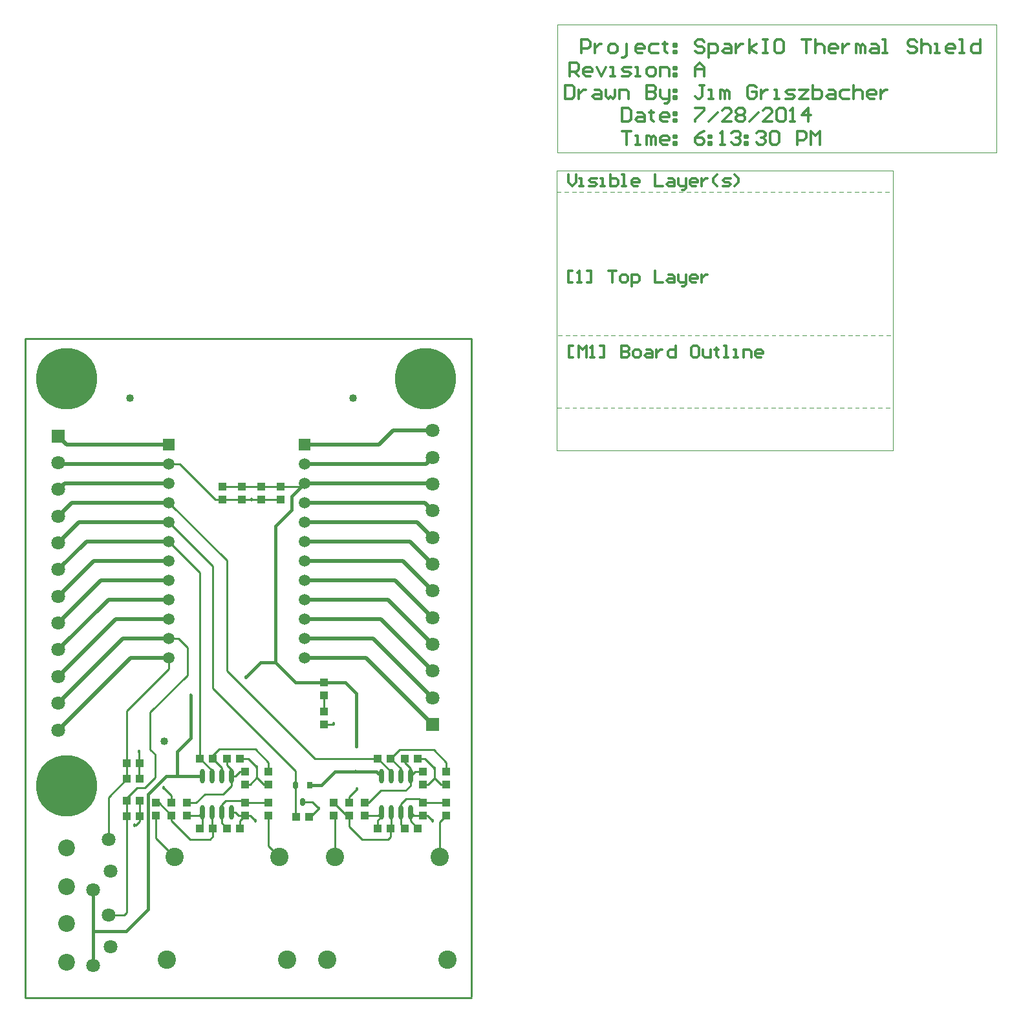
<source format=gtl>
%FSLAX25Y25*%
%MOIN*%
G70*
G01*
G75*
G04 Layer_Physical_Order=1*
G04 Layer_Color=255*
%ADD10R,0.02559X0.03740*%
G04:AMPARAMS|DCode=11|XSize=37.4mil|YSize=25.59mil|CornerRadius=6.4mil|HoleSize=0mil|Usage=FLASHONLY|Rotation=270.000|XOffset=0mil|YOffset=0mil|HoleType=Round|Shape=RoundedRectangle|*
%AMROUNDEDRECTD11*
21,1,0.03740,0.01280,0,0,270.0*
21,1,0.02461,0.02559,0,0,270.0*
1,1,0.01280,-0.00640,-0.01230*
1,1,0.01280,-0.00640,0.01230*
1,1,0.01280,0.00640,0.01230*
1,1,0.01280,0.00640,-0.01230*
%
%ADD11ROUNDEDRECTD11*%
%ADD12O,0.02362X0.07480*%
%ADD13R,0.03900X0.04300*%
%ADD14C,0.04000*%
%ADD15R,0.04300X0.03900*%
%ADD16C,0.01000*%
%ADD17C,0.01500*%
%ADD18C,0.02000*%
%ADD19C,0.01200*%
%ADD20C,0.00394*%
%ADD21C,0.07087*%
%ADD22R,0.07087X0.07087*%
%ADD23C,0.09449*%
%ADD24C,0.05906*%
%ADD25R,0.05906X0.05906*%
%ADD26C,0.08661*%
%ADD27C,0.31496*%
%ADD28C,0.01800*%
D10*
X357740Y202331D02*
D03*
D11*
X350260D02*
D03*
X354000Y193669D02*
D03*
D12*
X394500Y188449D02*
D03*
X399500D02*
D03*
X404500D02*
D03*
X409500D02*
D03*
X394500Y206953D02*
D03*
X399500D02*
D03*
X404500D02*
D03*
X409500D02*
D03*
X302279Y188449D02*
D03*
X307279D02*
D03*
X312279D02*
D03*
X317279D02*
D03*
X302279Y206953D02*
D03*
X307279D02*
D03*
X312279D02*
D03*
X317279D02*
D03*
D13*
X365000Y233700D02*
D03*
Y240300D02*
D03*
Y248700D02*
D03*
Y255300D02*
D03*
X286425Y186700D02*
D03*
Y193300D02*
D03*
X324425Y186700D02*
D03*
Y193300D02*
D03*
Y202700D02*
D03*
Y209300D02*
D03*
X378000Y186700D02*
D03*
Y193300D02*
D03*
X416000Y186700D02*
D03*
Y193300D02*
D03*
Y202700D02*
D03*
Y209300D02*
D03*
X322500Y349700D02*
D03*
Y356300D02*
D03*
X342500Y349700D02*
D03*
Y356300D02*
D03*
X332500Y349700D02*
D03*
Y356300D02*
D03*
X312500Y349700D02*
D03*
Y356300D02*
D03*
X336425Y209300D02*
D03*
Y202700D02*
D03*
X278425Y186700D02*
D03*
Y193300D02*
D03*
X294425Y186700D02*
D03*
Y193300D02*
D03*
X336425Y186700D02*
D03*
Y193300D02*
D03*
X428000Y209300D02*
D03*
Y202700D02*
D03*
X370000Y186700D02*
D03*
Y193300D02*
D03*
X386000Y186700D02*
D03*
Y193300D02*
D03*
X428000Y186700D02*
D03*
Y193300D02*
D03*
D14*
X282600Y224900D02*
D03*
X265000Y402000D02*
D03*
X380000D02*
D03*
D15*
X357300Y186000D02*
D03*
X350700D02*
D03*
X269993Y213667D02*
D03*
X263393D02*
D03*
X269993Y194378D02*
D03*
X263393D02*
D03*
X307725Y180000D02*
D03*
X301125D02*
D03*
X307725Y216000D02*
D03*
X301125D02*
D03*
X315125D02*
D03*
X321725D02*
D03*
X315125Y180000D02*
D03*
X321725D02*
D03*
X399300Y180000D02*
D03*
X392700D02*
D03*
X399300Y216000D02*
D03*
X392700D02*
D03*
X406700D02*
D03*
X413300D02*
D03*
X269993Y205667D02*
D03*
X263393D02*
D03*
X269993Y186378D02*
D03*
X263393D02*
D03*
X406700Y180000D02*
D03*
X413300D02*
D03*
D16*
X353300Y349700D02*
X355000Y348000D01*
X342500Y356300D02*
X353300D01*
X306300Y174400D02*
X307725Y175825D01*
X296000Y174400D02*
X306300D01*
X286425Y183975D02*
X296000Y174400D01*
X285000Y348000D02*
X314800Y318200D01*
Y261400D02*
Y318200D01*
Y261400D02*
X360200Y216000D01*
X392700D01*
X285000Y338000D02*
X307600Y315400D01*
Y252300D02*
Y315400D01*
Y252300D02*
X350260Y209640D01*
Y202331D02*
Y209640D01*
X285000Y328000D02*
X301125Y311875D01*
Y216000D02*
Y311875D01*
X263393Y213667D02*
Y240593D01*
X285000Y278000D02*
X290100D01*
X294700Y273400D01*
Y259100D02*
Y273400D01*
X275400Y239800D02*
X294700Y259100D01*
X275400Y220700D02*
Y239800D01*
Y220700D02*
X277900Y218200D01*
X263393Y195593D02*
X268700Y200900D01*
X263393Y194378D02*
Y195593D01*
X253819Y196093D02*
X263393Y205667D01*
X285000Y262200D02*
Y268000D01*
X263393Y240593D02*
X285000Y262200D01*
X322500Y356300D02*
X332500D01*
X365000Y240300D02*
Y248700D01*
X369800Y233700D02*
X370100Y234000D01*
X365000Y233700D02*
X369800D01*
X312500Y356300D02*
X322500D01*
X332500D02*
X342500D01*
X353300D02*
X355000Y358000D01*
X378000Y196400D02*
X381800Y200200D01*
X378000Y193300D02*
Y196400D01*
X409500Y202000D02*
Y206953D01*
X407100Y199600D02*
X409500Y202000D01*
X394300Y199600D02*
X407100D01*
X388000Y193300D02*
X394300Y199600D01*
X386000Y193300D02*
X388000D01*
X418200Y186700D02*
X421000Y183900D01*
X416000Y186700D02*
X418200D01*
X421900Y206000D02*
X425200Y202700D01*
X428000D01*
X421900Y206000D02*
Y211100D01*
X418600Y202700D02*
X421900Y206000D01*
X416000Y202700D02*
X418600D01*
X417000Y216000D02*
X421900Y211100D01*
X413300Y216000D02*
X417000D01*
X428000Y209300D02*
Y214100D01*
X421600Y220500D02*
X428000Y214100D01*
X403800Y220500D02*
X421600D01*
X399300Y216000D02*
X403800Y220500D01*
X409500Y206953D02*
X411847Y209300D01*
X416000D01*
X399300Y175700D02*
Y180000D01*
X398000Y174400D02*
X399300Y175700D01*
X384600Y174400D02*
X398000D01*
X378000Y181000D02*
X384600Y174400D01*
X378000Y181000D02*
Y186700D01*
X370000Y193300D02*
X376600Y186700D01*
X378000D01*
X370669Y165354D02*
Y186031D01*
X424606Y183306D02*
X428000Y186700D01*
X424606Y165354D02*
Y183306D01*
X416000Y193300D02*
X428000D01*
X409500Y183800D02*
X413300Y180000D01*
X409500Y183800D02*
Y188449D01*
X411249Y186700D01*
X416000D01*
X404500Y182200D02*
X406700Y180000D01*
X404500Y182200D02*
Y188449D01*
X399500Y180200D02*
Y188449D01*
X392700Y180000D02*
Y184300D01*
X394500Y186100D01*
Y188449D01*
X392751Y186700D02*
X394500Y188449D01*
X386000Y186700D02*
X392751D01*
X414000Y195300D02*
X416000Y193300D01*
X407300Y195300D02*
X414000D01*
X404500Y192500D02*
X407300Y195300D01*
X404500Y188449D02*
Y192500D01*
X409500Y206953D02*
Y211100D01*
X406700Y213900D02*
X409500Y211100D01*
X406700Y213900D02*
Y216000D01*
X399300D02*
X404500Y210800D01*
Y206953D02*
Y210800D01*
X392700Y216000D02*
X399500Y209200D01*
Y206953D02*
Y209200D01*
X269700Y205960D02*
Y219500D01*
X282400Y201100D02*
X286425Y197075D01*
Y193300D02*
Y197075D01*
X350260Y186440D02*
Y202331D01*
X358931Y193669D02*
X362300Y190300D01*
X354000Y193669D02*
X358931D01*
X358000Y186000D02*
X362300Y190300D01*
X357300Y186000D02*
X358000D01*
X307725Y175825D02*
Y180000D01*
X286425Y183975D02*
Y186700D01*
X263393Y136693D02*
Y186378D01*
X261842Y135142D02*
X263393Y136693D01*
X253819Y135142D02*
X261842D01*
X263393Y186378D02*
Y194378D01*
X263393Y205667D02*
Y213667D01*
X253819Y174142D02*
Y196093D01*
X269993Y186378D02*
Y194378D01*
Y213667D02*
X269993Y213667D01*
X317279Y201979D02*
Y206953D01*
X313000Y197700D02*
X317279Y201979D01*
X303500Y197700D02*
X313000D01*
X299100Y193300D02*
X303500Y197700D01*
X294425Y193300D02*
X299100D01*
X326900Y186700D02*
X329700Y183900D01*
X324425Y186700D02*
X326900D01*
X330400Y206200D02*
X333900Y202700D01*
X336425D01*
X330400Y206200D02*
Y211600D01*
X326900Y202700D02*
X330400Y206200D01*
X324425Y202700D02*
X326900D01*
X326000Y216000D02*
X330400Y211600D01*
X321725Y216000D02*
X326000D01*
X336425Y209300D02*
Y213975D01*
X329500Y220900D02*
X336425Y213975D01*
X311100Y220900D02*
X329500D01*
X307725Y217525D02*
X311100Y220900D01*
X307725Y216000D02*
Y217525D01*
X301125Y216000D02*
X307279Y209846D01*
Y206953D02*
Y209846D01*
X307725Y216000D02*
X312279Y211446D01*
Y206953D02*
Y211446D01*
X315125Y212575D02*
Y216000D01*
Y212575D02*
X317279Y210421D01*
Y206953D02*
Y210421D01*
X321700Y209300D02*
X324425D01*
X319353Y206953D02*
X321700Y209300D01*
X317279Y206953D02*
X319353D01*
X314200Y194200D02*
X323525D01*
X312279Y192279D02*
X314200Y194200D01*
X312279Y188449D02*
Y192279D01*
X324425Y193300D02*
X336425D01*
Y170859D02*
Y186700D01*
Y170859D02*
X341929Y165354D01*
X278425Y174922D02*
X287992Y165354D01*
X278425Y174922D02*
Y186700D01*
X279825Y193300D02*
X286425Y186700D01*
X278425Y193300D02*
X279825D01*
X300531Y186700D02*
X302279Y188449D01*
X294425Y186700D02*
X300531D01*
X302279Y181155D02*
Y188449D01*
X307279Y180446D02*
Y188449D01*
X312279Y182846D02*
X315125Y180000D01*
X312279Y182846D02*
Y188449D01*
X321725Y184000D02*
X324425Y186700D01*
X321725Y180000D02*
Y184000D01*
X321000Y186700D02*
X324425D01*
X319251Y188449D02*
X321000Y186700D01*
X317279Y188449D02*
X319251D01*
X312500Y349700D02*
X322500D01*
X332500D01*
X342500D01*
X308900D02*
X312500D01*
X290600Y368000D02*
X308900Y349700D01*
X285000Y368000D02*
X290600D01*
X267300Y181500D02*
X267800D01*
X269993Y183693D01*
Y186378D01*
X268700Y200900D02*
X272500D01*
X277900Y206300D01*
Y218200D01*
X211000Y92700D02*
Y432700D01*
X441000D01*
Y93200D02*
Y432700D01*
X211000Y92700D02*
X441000D01*
D17*
X392053Y209400D02*
X394500Y206953D01*
X381400Y209400D02*
X392053D01*
X363531Y202331D02*
X370600Y209400D01*
X381400D01*
X245945Y109158D02*
Y148158D01*
X274300Y138400D02*
Y197600D01*
X283653Y206953D01*
X381500Y222400D02*
Y249600D01*
X375800Y255300D02*
X381500Y249600D01*
X365000Y255300D02*
X375800D01*
X350400D02*
X365000D01*
X340000Y265700D02*
X350400Y255300D01*
X340000Y265700D02*
Y335900D01*
X348300Y344200D01*
Y351300D01*
X355000Y358000D01*
X332300Y265700D02*
X340000D01*
X324700Y258100D02*
X332300Y265700D01*
X296400Y226700D02*
Y248600D01*
X289300Y219600D02*
X296400Y226700D01*
X289300Y206953D02*
Y219600D01*
X283653Y206953D02*
X289300D01*
X302279D01*
X262900Y127000D02*
X274300Y138400D01*
X245945Y127000D02*
X262900D01*
X357740Y202331D02*
X363531D01*
D18*
X228000Y230795D02*
X265205Y268000D01*
X285000D01*
X228000Y244575D02*
X261425Y278000D01*
X285000D01*
X228000Y258354D02*
X257646Y288000D01*
X285000D01*
X228000Y272134D02*
X253866Y298000D01*
X285000D01*
X228000Y285913D02*
X250087Y308000D01*
X285000D01*
X228000Y299693D02*
X246307Y318000D01*
X285000D01*
X228000Y313472D02*
X242528Y328000D01*
X285000D01*
X228000Y327252D02*
X238748Y338000D01*
X285000D01*
X228000Y341032D02*
X234968Y348000D01*
X285000D01*
X228000Y354811D02*
X231189Y358000D01*
X285000D01*
X228000Y368590D02*
X228590Y368000D01*
X285000D01*
X228000Y382370D02*
X232370Y378000D01*
X285000D01*
X386630Y268000D02*
X421000Y233630D01*
X355000Y268000D02*
X386630D01*
X390409Y278000D02*
X421000Y247410D01*
X355000Y278000D02*
X390409D01*
X394189Y288000D02*
X421000Y261189D01*
X355000Y288000D02*
X394189D01*
X397969Y298000D02*
X421000Y274969D01*
X355000Y298000D02*
X397969D01*
X401748Y308000D02*
X421000Y288748D01*
X355000Y308000D02*
X401748D01*
X405528Y318000D02*
X421000Y302528D01*
X355000Y318000D02*
X405528D01*
X409307Y328000D02*
X421000Y316307D01*
X355000Y328000D02*
X409307D01*
X413087Y338000D02*
X421000Y330087D01*
X355000Y338000D02*
X413087D01*
X416866Y348000D02*
X421000Y343866D01*
X355000Y348000D02*
X416866D01*
X355000Y358000D02*
X420646D01*
X417575Y368000D02*
X421000Y371425D01*
X355000Y368000D02*
X417575D01*
X400605Y385205D02*
X421000D01*
X393400Y378000D02*
X400605Y385205D01*
X355000Y378000D02*
X393400D01*
D19*
X492799Y461500D02*
X490800D01*
Y467498D01*
X492799D01*
X495798Y461500D02*
X497798D01*
X496798D01*
Y467498D01*
X495798Y466498D01*
X500797Y461500D02*
X502796D01*
Y467498D01*
X500797D01*
X511793D02*
X515792D01*
X513793D01*
Y461500D01*
X518791D02*
X520790D01*
X521790Y462500D01*
Y464499D01*
X520790Y465499D01*
X518791D01*
X517791Y464499D01*
Y462500D01*
X518791Y461500D01*
X523789Y459501D02*
Y465499D01*
X526788D01*
X527788Y464499D01*
Y462500D01*
X526788Y461500D01*
X523789D01*
X535785Y467498D02*
Y461500D01*
X539784D01*
X542783Y465499D02*
X544782D01*
X545782Y464499D01*
Y461500D01*
X542783D01*
X541784Y462500D01*
X542783Y463499D01*
X545782D01*
X547782Y465499D02*
Y462500D01*
X548781Y461500D01*
X551780D01*
Y460500D01*
X550781Y459501D01*
X549781D01*
X551780Y461500D02*
Y465499D01*
X556779Y461500D02*
X554779D01*
X553780Y462500D01*
Y464499D01*
X554779Y465499D01*
X556779D01*
X557778Y464499D01*
Y463499D01*
X553780D01*
X559778Y465499D02*
Y461500D01*
Y463499D01*
X560777Y464499D01*
X561777Y465499D01*
X562777D01*
X556329Y551495D02*
X560994D01*
Y550329D01*
X556329Y545664D01*
Y544498D01*
X563327D02*
X567992Y549163D01*
X574990Y544498D02*
X570325D01*
X574990Y549163D01*
Y550329D01*
X573823Y551495D01*
X571491D01*
X570325Y550329D01*
X577322D02*
X578489Y551495D01*
X580821D01*
X581987Y550329D01*
Y549163D01*
X580821Y547997D01*
X581987Y546830D01*
Y545664D01*
X580821Y544498D01*
X578489D01*
X577322Y545664D01*
Y546830D01*
X578489Y547997D01*
X577322Y549163D01*
Y550329D01*
X578489Y547997D02*
X580821D01*
X584320Y544498D02*
X588985Y549163D01*
X595983Y544498D02*
X591318D01*
X595983Y549163D01*
Y550329D01*
X594817Y551495D01*
X592484D01*
X591318Y550329D01*
X598315D02*
X599482Y551495D01*
X601814D01*
X602981Y550329D01*
Y545664D01*
X601814Y544498D01*
X599482D01*
X598315Y545664D01*
Y550329D01*
X605313Y544498D02*
X607646D01*
X606480D01*
Y551495D01*
X605313Y550329D01*
X614644Y544498D02*
Y551495D01*
X611145Y547997D01*
X615810D01*
X560994Y539684D02*
X558662Y538518D01*
X556329Y536186D01*
Y533853D01*
X557495Y532687D01*
X559828D01*
X560994Y533853D01*
Y535019D01*
X559828Y536186D01*
X556329D01*
X563327Y537352D02*
X564493D01*
Y536186D01*
X563327D01*
Y537352D01*
Y533853D02*
X564493D01*
Y532687D01*
X563327D01*
Y533853D01*
X569158Y532687D02*
X571491D01*
X570325D01*
Y539684D01*
X569158Y538518D01*
X574990D02*
X576156Y539684D01*
X578489D01*
X579655Y538518D01*
Y537352D01*
X578489Y536186D01*
X577322D01*
X578489D01*
X579655Y535019D01*
Y533853D01*
X578489Y532687D01*
X576156D01*
X574990Y533853D01*
X581987Y537352D02*
X583154D01*
Y536186D01*
X581987D01*
Y537352D01*
Y533853D02*
X583154D01*
Y532687D01*
X581987D01*
Y533853D01*
X587819Y538518D02*
X588985Y539684D01*
X591318D01*
X592484Y538518D01*
Y537352D01*
X591318Y536186D01*
X590152D01*
X591318D01*
X592484Y535019D01*
Y533853D01*
X591318Y532687D01*
X588985D01*
X587819Y533853D01*
X594817Y538518D02*
X595983Y539684D01*
X598315D01*
X599482Y538518D01*
Y533853D01*
X598315Y532687D01*
X595983D01*
X594817Y533853D01*
Y538518D01*
X608812Y532687D02*
Y539684D01*
X612311D01*
X613477Y538518D01*
Y536186D01*
X612311Y535019D01*
X608812D01*
X615810Y532687D02*
Y539684D01*
X618143Y537352D01*
X620475Y539684D01*
Y532687D01*
X560994Y563306D02*
X558662D01*
X559828D01*
Y557475D01*
X558662Y556309D01*
X557495D01*
X556329Y557475D01*
X563327Y556309D02*
X565659D01*
X564493D01*
Y560974D01*
X563327D01*
X569158Y556309D02*
Y560974D01*
X570325D01*
X571491Y559807D01*
Y556309D01*
Y559807D01*
X572657Y560974D01*
X573823Y559807D01*
Y556309D01*
X587819Y562140D02*
X586653Y563306D01*
X584320D01*
X583154Y562140D01*
Y557475D01*
X584320Y556309D01*
X586653D01*
X587819Y557475D01*
Y559807D01*
X585486D01*
X590152Y560974D02*
Y556309D01*
Y558641D01*
X591318Y559807D01*
X592484Y560974D01*
X593650D01*
X597149Y556309D02*
X599482D01*
X598315D01*
Y560974D01*
X597149D01*
X602981Y556309D02*
X606480D01*
X607646Y557475D01*
X606480Y558641D01*
X604147D01*
X602981Y559807D01*
X604147Y560974D01*
X607646D01*
X609978D02*
X614644D01*
X609978Y556309D01*
X614644D01*
X616976Y563306D02*
Y556309D01*
X620475D01*
X621641Y557475D01*
Y558641D01*
Y559807D01*
X620475Y560974D01*
X616976D01*
X625140D02*
X627473D01*
X628639Y559807D01*
Y556309D01*
X625140D01*
X623974Y557475D01*
X625140Y558641D01*
X628639D01*
X635637Y560974D02*
X632138D01*
X630972Y559807D01*
Y557475D01*
X632138Y556309D01*
X635637D01*
X637969Y563306D02*
Y556309D01*
Y559807D01*
X639136Y560974D01*
X641468D01*
X642634Y559807D01*
Y556309D01*
X648466D02*
X646133D01*
X644967Y557475D01*
Y559807D01*
X646133Y560974D01*
X648466D01*
X649632Y559807D01*
Y558641D01*
X644967D01*
X651965Y560974D02*
Y556309D01*
Y558641D01*
X653131Y559807D01*
X654297Y560974D01*
X655464D01*
X556329Y568120D02*
Y572785D01*
X558662Y575117D01*
X560994Y572785D01*
Y568120D01*
Y571619D01*
X556329D01*
X560994Y585762D02*
X559828Y586928D01*
X557495D01*
X556329Y585762D01*
Y584596D01*
X557495Y583430D01*
X559828D01*
X560994Y582263D01*
Y581097D01*
X559828Y579931D01*
X557495D01*
X556329Y581097D01*
X563327Y577598D02*
Y584596D01*
X566826D01*
X567992Y583430D01*
Y581097D01*
X566826Y579931D01*
X563327D01*
X571491Y584596D02*
X573823D01*
X574990Y583430D01*
Y579931D01*
X571491D01*
X570325Y581097D01*
X571491Y582263D01*
X574990D01*
X577322Y584596D02*
Y579931D01*
Y582263D01*
X578489Y583430D01*
X579655Y584596D01*
X580821D01*
X584320Y579931D02*
Y586928D01*
Y582263D02*
X587819Y584596D01*
X584320Y582263D02*
X587819Y579931D01*
X591318Y586928D02*
X593650D01*
X592484D01*
Y579931D01*
X591318D01*
X593650D01*
X600648Y586928D02*
X598315D01*
X597149Y585762D01*
Y581097D01*
X598315Y579931D01*
X600648D01*
X601814Y581097D01*
Y585762D01*
X600648Y586928D01*
X611145D02*
X615810D01*
X613477D01*
Y579931D01*
X618143Y586928D02*
Y579931D01*
Y583430D01*
X619309Y584596D01*
X621641D01*
X622808Y583430D01*
Y579931D01*
X628639D02*
X626306D01*
X625140Y581097D01*
Y583430D01*
X626306Y584596D01*
X628639D01*
X629805Y583430D01*
Y582263D01*
X625140D01*
X632138Y584596D02*
Y579931D01*
Y582263D01*
X633304Y583430D01*
X634471Y584596D01*
X635637D01*
X639136Y579931D02*
Y584596D01*
X640302D01*
X641468Y583430D01*
Y579931D01*
Y583430D01*
X642634Y584596D01*
X643801Y583430D01*
Y579931D01*
X647300Y584596D02*
X649632D01*
X650799Y583430D01*
Y579931D01*
X647300D01*
X646133Y581097D01*
X647300Y582263D01*
X650799D01*
X653131Y579931D02*
X655464D01*
X654297D01*
Y586928D01*
X653131D01*
X670625Y585762D02*
X669459Y586928D01*
X667127D01*
X665960Y585762D01*
Y584596D01*
X667127Y583430D01*
X669459D01*
X670625Y582263D01*
Y581097D01*
X669459Y579931D01*
X667127D01*
X665960Y581097D01*
X672958Y586928D02*
Y579931D01*
Y583430D01*
X674124Y584596D01*
X676457D01*
X677623Y583430D01*
Y579931D01*
X679956D02*
X682288D01*
X681122D01*
Y584596D01*
X679956D01*
X689286Y579931D02*
X686954D01*
X685787Y581097D01*
Y583430D01*
X686954Y584596D01*
X689286D01*
X690452Y583430D01*
Y582263D01*
X685787D01*
X692785Y579931D02*
X695118D01*
X693951D01*
Y586928D01*
X692785D01*
X703282D02*
Y579931D01*
X699783D01*
X698617Y581097D01*
Y583430D01*
X699783Y584596D01*
X703282D01*
X518557Y539684D02*
X523222D01*
X520890D01*
Y532687D01*
X525555D02*
X527887D01*
X526721D01*
Y537352D01*
X525555D01*
X531386Y532687D02*
Y537352D01*
X532553D01*
X533719Y536186D01*
Y532687D01*
Y536186D01*
X534885Y537352D01*
X536052Y536186D01*
Y532687D01*
X541883D02*
X539550D01*
X538384Y533853D01*
Y536186D01*
X539550Y537352D01*
X541883D01*
X543049Y536186D01*
Y535019D01*
X538384D01*
X545382Y537352D02*
X546548D01*
Y536186D01*
X545382D01*
Y537352D01*
Y533853D02*
X546548D01*
Y532687D01*
X545382D01*
Y533853D01*
X518557Y551495D02*
Y544498D01*
X522056D01*
X523222Y545664D01*
Y550329D01*
X522056Y551495D01*
X518557D01*
X526721Y549163D02*
X529054D01*
X530220Y547997D01*
Y544498D01*
X526721D01*
X525555Y545664D01*
X526721Y546830D01*
X530220D01*
X533719Y550329D02*
Y549163D01*
X532553D01*
X534885D01*
X533719D01*
Y545664D01*
X534885Y544498D01*
X541883D02*
X539550D01*
X538384Y545664D01*
Y547997D01*
X539550Y549163D01*
X541883D01*
X543049Y547997D01*
Y546830D01*
X538384D01*
X545382Y549163D02*
X546548D01*
Y547997D01*
X545382D01*
Y549163D01*
Y545664D02*
X546548D01*
Y544498D01*
X545382D01*
Y545664D01*
X489400Y563306D02*
Y556309D01*
X492899D01*
X494065Y557475D01*
Y562140D01*
X492899Y563306D01*
X489400D01*
X496398Y560974D02*
Y556309D01*
Y558641D01*
X497564Y559807D01*
X498730Y560974D01*
X499897D01*
X504562D02*
X506894D01*
X508061Y559807D01*
Y556309D01*
X504562D01*
X503395Y557475D01*
X504562Y558641D01*
X508061D01*
X510393Y560974D02*
Y557475D01*
X511559Y556309D01*
X512726Y557475D01*
X513892Y556309D01*
X515058Y557475D01*
Y560974D01*
X517391Y556309D02*
Y560974D01*
X520890D01*
X522056Y559807D01*
Y556309D01*
X531386Y563306D02*
Y556309D01*
X534885D01*
X536052Y557475D01*
Y558641D01*
X534885Y559807D01*
X531386D01*
X534885D01*
X536052Y560974D01*
Y562140D01*
X534885Y563306D01*
X531386D01*
X538384Y560974D02*
Y557475D01*
X539550Y556309D01*
X543049D01*
Y555142D01*
X541883Y553976D01*
X540717D01*
X543049Y556309D02*
Y560974D01*
X545382D02*
X546548D01*
Y559807D01*
X545382D01*
Y560974D01*
Y557475D02*
X546548D01*
Y556309D01*
X545382D01*
Y557475D01*
X491733Y568120D02*
Y575117D01*
X495231D01*
X496398Y573951D01*
Y571619D01*
X495231Y570452D01*
X491733D01*
X494065D02*
X496398Y568120D01*
X502229D02*
X499897D01*
X498730Y569286D01*
Y571619D01*
X499897Y572785D01*
X502229D01*
X503395Y571619D01*
Y570452D01*
X498730D01*
X505728Y572785D02*
X508061Y568120D01*
X510393Y572785D01*
X512726Y568120D02*
X515058D01*
X513892D01*
Y572785D01*
X512726D01*
X518557Y568120D02*
X522056D01*
X523222Y569286D01*
X522056Y570452D01*
X519724D01*
X518557Y571619D01*
X519724Y572785D01*
X523222D01*
X525555Y568120D02*
X527887D01*
X526721D01*
Y572785D01*
X525555D01*
X532553Y568120D02*
X534885D01*
X536052Y569286D01*
Y571619D01*
X534885Y572785D01*
X532553D01*
X531386Y571619D01*
Y569286D01*
X532553Y568120D01*
X538384D02*
Y572785D01*
X541883D01*
X543049Y571619D01*
Y568120D01*
X545382Y572785D02*
X546548D01*
Y571619D01*
X545382D01*
Y572785D01*
Y569286D02*
X546548D01*
Y568120D01*
X545382D01*
Y569286D01*
X497564Y579931D02*
Y586928D01*
X501063D01*
X502229Y585762D01*
Y583430D01*
X501063Y582263D01*
X497564D01*
X504562Y584596D02*
Y579931D01*
Y582263D01*
X505728Y583430D01*
X506894Y584596D01*
X508061D01*
X512726Y579931D02*
X515058D01*
X516225Y581097D01*
Y583430D01*
X515058Y584596D01*
X512726D01*
X511559Y583430D01*
Y581097D01*
X512726Y579931D01*
X518557Y577598D02*
X519724D01*
X520890Y578764D01*
Y584596D01*
X529054Y579931D02*
X526721D01*
X525555Y581097D01*
Y583430D01*
X526721Y584596D01*
X529054D01*
X530220Y583430D01*
Y582263D01*
X525555D01*
X537218Y584596D02*
X533719D01*
X532553Y583430D01*
Y581097D01*
X533719Y579931D01*
X537218D01*
X540717Y585762D02*
Y584596D01*
X539550D01*
X541883D01*
X540717D01*
Y581097D01*
X541883Y579931D01*
X545382Y584596D02*
X546548D01*
Y583430D01*
X545382D01*
Y584596D01*
Y581097D02*
X546548D01*
Y579931D01*
X545382D01*
Y581097D01*
X490800Y517378D02*
Y513379D01*
X492799Y511379D01*
X494799Y513379D01*
Y517378D01*
X496798Y511379D02*
X498797D01*
X497798D01*
Y515378D01*
X496798D01*
X501796Y511379D02*
X504796D01*
X505795Y512379D01*
X504796Y513379D01*
X502796D01*
X501796Y514378D01*
X502796Y515378D01*
X505795D01*
X507795Y511379D02*
X509794D01*
X508794D01*
Y515378D01*
X507795D01*
X512793Y517378D02*
Y511379D01*
X515792D01*
X516792Y512379D01*
Y513379D01*
Y514378D01*
X515792Y515378D01*
X512793D01*
X518791Y511379D02*
X520790D01*
X519791D01*
Y517378D01*
X518791D01*
X526788Y511379D02*
X524789D01*
X523789Y512379D01*
Y514378D01*
X524789Y515378D01*
X526788D01*
X527788Y514378D01*
Y513379D01*
X523789D01*
X535785Y517378D02*
Y511379D01*
X539784D01*
X542783Y515378D02*
X544782D01*
X545782Y514378D01*
Y511379D01*
X542783D01*
X541784Y512379D01*
X542783Y513379D01*
X545782D01*
X547782Y515378D02*
Y512379D01*
X548781Y511379D01*
X551780D01*
Y510380D01*
X550781Y509380D01*
X549781D01*
X551780Y511379D02*
Y515378D01*
X556779Y511379D02*
X554779D01*
X553780Y512379D01*
Y514378D01*
X554779Y515378D01*
X556779D01*
X557778Y514378D01*
Y513379D01*
X553780D01*
X559778Y515378D02*
Y511379D01*
Y513379D01*
X560777Y514378D01*
X561777Y515378D01*
X562777D01*
X567775Y511379D02*
X565776Y513379D01*
Y515378D01*
X567775Y517378D01*
X570774Y511379D02*
X573773D01*
X574773Y512379D01*
X573773Y513379D01*
X571774D01*
X570774Y514378D01*
X571774Y515378D01*
X574773D01*
X576772Y511379D02*
X578771Y513379D01*
Y515378D01*
X576772Y517378D01*
X493399Y422800D02*
X491400D01*
Y428798D01*
X493399D01*
X496398Y422800D02*
Y428798D01*
X498398Y426799D01*
X500397Y428798D01*
Y422800D01*
X502396D02*
X504396D01*
X503396D01*
Y428798D01*
X502396Y427798D01*
X507395Y422800D02*
X509394D01*
Y428798D01*
X507395D01*
X518391D02*
Y422800D01*
X521390D01*
X522390Y423800D01*
Y424799D01*
X521390Y425799D01*
X518391D01*
X521390D01*
X522390Y426799D01*
Y427798D01*
X521390Y428798D01*
X518391D01*
X525389Y422800D02*
X527388D01*
X528388Y423800D01*
Y425799D01*
X527388Y426799D01*
X525389D01*
X524389Y425799D01*
Y423800D01*
X525389Y422800D01*
X531387Y426799D02*
X533386D01*
X534386Y425799D01*
Y422800D01*
X531387D01*
X530387Y423800D01*
X531387Y424799D01*
X534386D01*
X536385Y426799D02*
Y422800D01*
Y424799D01*
X537385Y425799D01*
X538385Y426799D01*
X539385D01*
X546382Y428798D02*
Y422800D01*
X543383D01*
X542383Y423800D01*
Y425799D01*
X543383Y426799D01*
X546382D01*
X557379Y428798D02*
X555379D01*
X554380Y427798D01*
Y423800D01*
X555379Y422800D01*
X557379D01*
X558378Y423800D01*
Y427798D01*
X557379Y428798D01*
X560378Y426799D02*
Y423800D01*
X561377Y422800D01*
X564376D01*
Y426799D01*
X567375Y427798D02*
Y426799D01*
X566376D01*
X568375D01*
X567375D01*
Y423800D01*
X568375Y422800D01*
X571374D02*
X573374D01*
X572374D01*
Y428798D01*
X571374D01*
X576372Y422800D02*
X578372D01*
X577372D01*
Y426799D01*
X576372D01*
X581371Y422800D02*
Y426799D01*
X584370D01*
X585370Y425799D01*
Y422800D01*
X590368D02*
X588369D01*
X587369Y423800D01*
Y425799D01*
X588369Y426799D01*
X590368D01*
X591368Y425799D01*
Y424799D01*
X587369D01*
D20*
X485463Y594700D02*
X711600D01*
Y528750D02*
Y594700D01*
X485463Y528750D02*
X711600D01*
X485463D02*
Y594700D01*
X658191Y507443D02*
Y519253D01*
X484963D02*
X658191D01*
X484963Y507443D02*
Y519253D01*
Y375000D02*
Y507443D01*
Y375000D02*
X658191D01*
Y507443D01*
X484963Y508427D02*
X486932D01*
X488900D02*
X490869D01*
X492837D02*
X494805D01*
X496774D02*
X498742D01*
X500711D02*
X502679D01*
X504648D02*
X506616D01*
X508585D02*
X510554D01*
X512522D02*
X514491D01*
X516459D02*
X518428D01*
X520396D02*
X522365D01*
X524333D02*
X526302D01*
X528270D02*
X530239D01*
X532207D02*
X534176D01*
X536144D02*
X538113D01*
X540081D02*
X542050D01*
X544018D02*
X545987D01*
X547955D02*
X549924D01*
X551892D02*
X553861D01*
X555829D02*
X557798D01*
X559766D02*
X561735D01*
X563703D02*
X565672D01*
X567640D02*
X569609D01*
X571577D02*
X573546D01*
X575514D02*
X577483D01*
X579451D02*
X581420D01*
X583388D02*
X585357D01*
X587325D02*
X589294D01*
X591262D02*
X593231D01*
X595199D02*
X597168D01*
X599136D02*
X601105D01*
X603073D02*
X605042D01*
X607010D02*
X608979D01*
X610947D02*
X612916D01*
X614884D02*
X616853D01*
X618821D02*
X620790D01*
X622758D02*
X624727D01*
X626695D02*
X628664D01*
X630632D02*
X632601D01*
X634569D02*
X636538D01*
X638506D02*
X640475D01*
X642443D02*
X644412D01*
X646380D02*
X648349D01*
X650317D02*
X652286D01*
X654254D02*
X656223D01*
X654854Y434317D02*
X656823D01*
X650917D02*
X652886D01*
X646980D02*
X648949D01*
X643043D02*
X645012D01*
X639106D02*
X641075D01*
X635169D02*
X637138D01*
X631232D02*
X633201D01*
X627295D02*
X629264D01*
X623358D02*
X625327D01*
X619421D02*
X621390D01*
X615484D02*
X617453D01*
X611547D02*
X613516D01*
X607610D02*
X609579D01*
X603673D02*
X605642D01*
X599736D02*
X601705D01*
X595799D02*
X597768D01*
X591862D02*
X593831D01*
X587925D02*
X589894D01*
X583988D02*
X585957D01*
X580051D02*
X582020D01*
X576114D02*
X578083D01*
X572177D02*
X574146D01*
X568240D02*
X570209D01*
X564303D02*
X566272D01*
X560366D02*
X562335D01*
X556429D02*
X558398D01*
X552492D02*
X554461D01*
X548555D02*
X550524D01*
X544618D02*
X546587D01*
X540681D02*
X542650D01*
X536744D02*
X538713D01*
X532807D02*
X534776D01*
X528870D02*
X530839D01*
X524933D02*
X526902D01*
X520996D02*
X522965D01*
X517059D02*
X519028D01*
X513122D02*
X515091D01*
X509185D02*
X511154D01*
X505248D02*
X507217D01*
X501311D02*
X503279D01*
X497374D02*
X499342D01*
X493437D02*
X495405D01*
X489500D02*
X491468D01*
X485563D02*
X487532D01*
X654554Y396877D02*
X656523D01*
X650617D02*
X652586D01*
X646680D02*
X648649D01*
X642743D02*
X644712D01*
X638806D02*
X640775D01*
X634869D02*
X636838D01*
X630932D02*
X632901D01*
X626995D02*
X628964D01*
X623058D02*
X625027D01*
X619121D02*
X621090D01*
X615184D02*
X617153D01*
X611247D02*
X613216D01*
X607310D02*
X609279D01*
X603373D02*
X605342D01*
X599436D02*
X601405D01*
X595499D02*
X597468D01*
X591562D02*
X593531D01*
X587625D02*
X589594D01*
X583688D02*
X585657D01*
X579751D02*
X581720D01*
X575814D02*
X577783D01*
X571877D02*
X573846D01*
X567940D02*
X569909D01*
X564003D02*
X565972D01*
X560066D02*
X562035D01*
X556129D02*
X558098D01*
X552192D02*
X554161D01*
X548255D02*
X550224D01*
X544318D02*
X546287D01*
X540381D02*
X542350D01*
X536444D02*
X538413D01*
X532507D02*
X534476D01*
X528570D02*
X530539D01*
X524633D02*
X526602D01*
X520696D02*
X522665D01*
X516759D02*
X518728D01*
X512822D02*
X514790D01*
X508885D02*
X510853D01*
X504948D02*
X506917D01*
X501011D02*
X502980D01*
X497074D02*
X499043D01*
X493137D02*
X495106D01*
X489200D02*
X491168D01*
X485263D02*
X487231D01*
D21*
X421000Y385205D02*
D03*
Y371425D02*
D03*
Y357646D02*
D03*
Y343866D02*
D03*
Y330087D02*
D03*
Y316307D02*
D03*
Y302528D02*
D03*
Y288748D02*
D03*
Y274969D02*
D03*
Y261189D02*
D03*
Y247410D02*
D03*
X255000Y119000D02*
D03*
X253819Y135142D02*
D03*
X245945Y109158D02*
D03*
X228000Y230795D02*
D03*
Y244575D02*
D03*
Y258354D02*
D03*
Y272134D02*
D03*
Y285913D02*
D03*
Y299693D02*
D03*
Y313472D02*
D03*
Y327252D02*
D03*
Y341032D02*
D03*
Y354811D02*
D03*
Y368590D02*
D03*
X255000Y158000D02*
D03*
X253819Y174142D02*
D03*
X245945Y148158D02*
D03*
D22*
X421000Y233630D02*
D03*
X228000Y382370D02*
D03*
D23*
X370669Y165354D02*
D03*
X424606D02*
D03*
X366732Y112205D02*
D03*
X428543D02*
D03*
X287992Y165354D02*
D03*
X341929D02*
D03*
X284055Y112205D02*
D03*
X345866D02*
D03*
D24*
X355000Y268000D02*
D03*
Y278000D02*
D03*
Y288000D02*
D03*
Y298000D02*
D03*
Y308000D02*
D03*
Y318000D02*
D03*
Y328000D02*
D03*
Y338000D02*
D03*
Y348000D02*
D03*
Y358000D02*
D03*
Y368000D02*
D03*
X285000Y268000D02*
D03*
Y278000D02*
D03*
Y288000D02*
D03*
Y298000D02*
D03*
Y308000D02*
D03*
Y318000D02*
D03*
Y328000D02*
D03*
Y338000D02*
D03*
Y348000D02*
D03*
Y358000D02*
D03*
Y368000D02*
D03*
D25*
X355000Y378000D02*
D03*
X285000D02*
D03*
D26*
X232165Y111126D02*
D03*
Y130811D02*
D03*
Y150126D02*
D03*
Y169811D02*
D03*
D27*
X417283Y411811D02*
D03*
X232283Y411984D02*
D03*
Y201984D02*
D03*
D28*
X370100Y234000D02*
D03*
X381800Y200200D02*
D03*
X421000Y183900D02*
D03*
X421900Y211100D02*
D03*
X381400Y209400D02*
D03*
X269700Y219500D02*
D03*
X282400Y201100D02*
D03*
X362300Y190300D02*
D03*
X329700Y183900D02*
D03*
X330400Y211600D02*
D03*
X381500Y222400D02*
D03*
X267300Y181500D02*
D03*
X327500Y349700D02*
D03*
X296400Y248600D02*
D03*
X324700Y258100D02*
D03*
M02*

</source>
